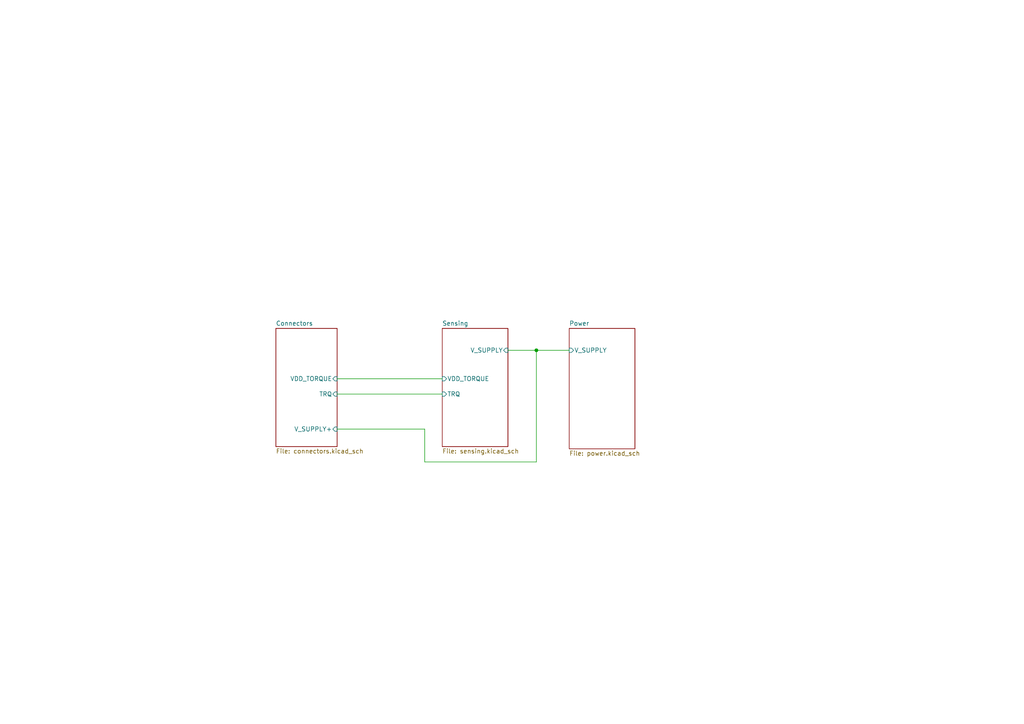
<source format=kicad_sch>
(kicad_sch (version 20211123) (generator eeschema)
  (paper "A4")
  (lib_symbols)
  (junction (at 155.575 101.6))
  (wire (pts (xy 123.19 133.985) (xy 155.575 133.985)))
  (wire (pts (xy 155.575 101.6) (xy 165.1 101.6)))
  (wire (pts (xy 97.79 124.46) (xy 123.19 124.46)))
  (wire (pts (xy 97.79 114.3) (xy 128.27 114.3)))
  (wire (pts (xy 147.32 101.6) (xy 155.575 101.6)))
  (wire (pts (xy 123.19 124.46) (xy 123.19 133.985)))
  (wire (pts (xy 97.79 109.855) (xy 128.27 109.855)))
  (wire (pts (xy 155.575 133.985) (xy 155.575 101.6)))
  (sheet (at 165.1 95.25) (size 19.05 34.925) (stroke (width 0.1524))
    (property "Sheet name" "Power" (at 165.1 94.5384 0) (effects (justify left bottom)))
    (property "Sheet file" "power.kicad_sch" (at 165.1 130.7596 0) (effects (justify left top)))
    (pin "V_SUPPLY" input (at 165.1 101.6 180))
  )
  (sheet (at 80.01 95.25) (size 17.78 34.29) (stroke (width 0.1524))
    (property "Sheet name" "Connectors" (at 80.01 94.5384 0) (effects (justify left bottom)))
    (property "Sheet file" "connectors.kicad_sch" (at 80.01 130.1246 0) (effects (justify left top)))
    (pin "TRQ" input (at 97.79 114.3 0))
    (pin "VDD_TORQUE" input (at 97.79 109.855 0))
    (pin "V_SUPPLY+" input (at 97.79 124.46 0))
  )
  (sheet (at 128.27 95.25) (size 19.05 34.29) (stroke (width 0.1524))
    (property "Sheet name" "Sensing" (at 128.27 94.5384 0) (effects (justify left bottom)))
    (property "Sheet file" "sensing.kicad_sch" (at 128.27 130.1246 0) (effects (justify left top)))
    (pin "VDD_TORQUE" input (at 128.27 109.855 180))
    (pin "TRQ" input (at 128.27 114.3 180))
    (pin "V_SUPPLY" input (at 147.32 101.6 0))
  )
)
</source>
